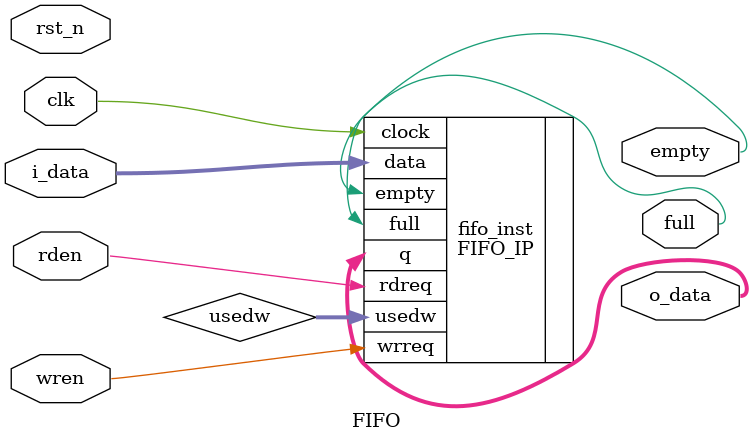
<source format=sv>
`timescale 1 ps / 1 ps

module FIFO
#(
  parameter DEPTH = 8,        // Accept but don't use
  parameter DATA_WIDTH = 8    // Accept but don't use
)
(
  input clk,
  input rst_n,
  input rden,
  input wren,
  input [DATA_WIDTH-1:0] i_data,
  output [DATA_WIDTH-1:0] o_data,
  output full,
  output empty
);

// Internal wires
wire [7:0] usedw; 

// Instantiate the IP-generated FIFO (renamed from FIFO to FIFO_IP)
FIFO_IP fifo_inst (
  .clock(clk),
  .data(i_data),
  .rdreq(rden),
  .wrreq(wren),
  .empty(empty),
  .full(full),
  .q(o_data),
  .usedw(usedw)
);

endmodule
</source>
